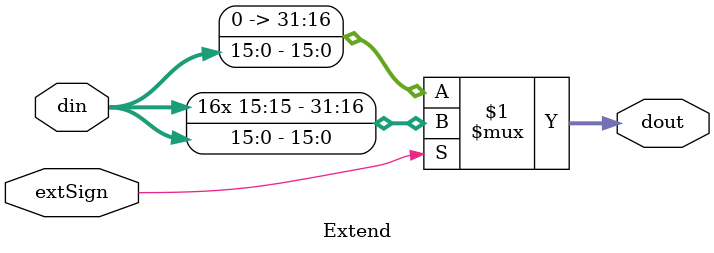
<source format=v>
module Extend(
    input  [15:0] din,
    input         extSign,
    output [31:0] dout
);
    assign dout = extSign ? {{16{din[15]}}, din} : {16'b0, din};

endmodule
</source>
